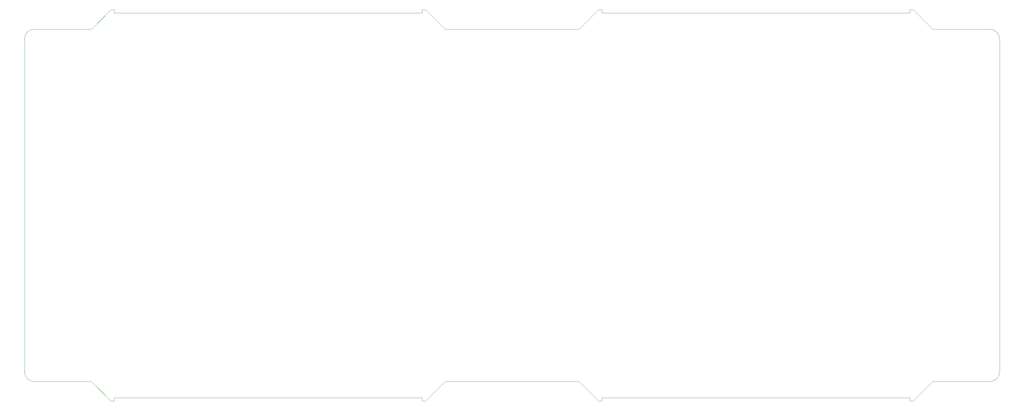
<source format=gbr>
G04 #@! TF.GenerationSoftware,KiCad,Pcbnew,(5.1.4)-1*
G04 #@! TF.CreationDate,2021-01-21T06:54:33+00:00*
G04 #@! TF.ProjectId,Iggy,49676779-2e6b-4696-9361-645f70636258,1.0*
G04 #@! TF.SameCoordinates,Original*
G04 #@! TF.FileFunction,Profile,NP*
%FSLAX46Y46*%
G04 Gerber Fmt 4.6, Leading zero omitted, Abs format (unit mm)*
G04 Created by KiCad (PCBNEW (5.1.4)-1) date 2021-01-21 06:54:33*
%MOMM*%
%LPD*%
G04 APERTURE LIST*
%ADD10C,0.050000*%
G04 APERTURE END LIST*
D10*
X189825000Y-20000000D02*
X148825000Y-20000000D01*
X189825000Y-128150000D02*
X148825000Y-128150000D01*
X20000000Y-125150000D02*
X20000000Y-23000000D01*
X318650000Y-23000000D02*
X318650000Y-125150000D01*
X148825000Y-128150000D02*
X142825000Y-134150000D01*
X40500000Y-128150000D02*
X46500000Y-134150000D01*
X141825000Y-134150000D02*
X141825000Y-133150000D01*
X142825000Y-134150000D02*
X141825000Y-134150000D01*
X47500000Y-134150000D02*
X47500000Y-133150000D01*
X46500000Y-134150000D02*
X47500000Y-134150000D01*
X189825000Y-128150000D02*
X195825000Y-134150000D01*
X291150000Y-134150000D02*
X291150000Y-133150000D01*
X292150000Y-134150000D02*
X291150000Y-134150000D01*
X196825000Y-134150000D02*
X196825000Y-133150000D01*
X141825000Y-133150000D02*
X47500000Y-133150000D01*
X291150000Y-133150000D02*
X196825000Y-133150000D01*
X23000000Y-128150000D02*
G75*
G02X20000000Y-125150000I0J3000000D01*
G01*
X23000000Y-128150000D02*
X40500000Y-128150000D01*
X298150000Y-128150000D02*
X315650000Y-128150000D01*
X298150000Y-128150000D02*
X292150000Y-134150000D01*
X195825000Y-134150000D02*
X196825000Y-134150000D01*
X315650000Y-20000000D02*
X298150000Y-20000000D01*
X40500000Y-20000000D02*
X23000000Y-20000000D01*
X40500000Y-20000000D02*
X46500000Y-14000000D01*
X148825000Y-20000000D02*
X142825000Y-14000000D01*
X47500000Y-14000000D02*
X47500000Y-15000000D01*
X46500000Y-14000000D02*
X47500000Y-14000000D01*
X141825000Y-14000000D02*
X141825000Y-15000000D01*
X142825000Y-14000000D02*
X141825000Y-14000000D01*
X47500000Y-15000000D02*
X141825000Y-15000000D01*
X196825000Y-15000000D02*
X291150000Y-15000000D01*
X315650000Y-20000000D02*
G75*
G02X318650000Y-23000000I0J-3000000D01*
G01*
X20000000Y-23000000D02*
G75*
G02X23000000Y-20000000I3000000J0D01*
G01*
X318650000Y-125150000D02*
G75*
G02X315650000Y-128150000I-3000000J0D01*
G01*
X291150000Y-14000000D02*
X291150000Y-15000000D01*
X292150000Y-14000000D02*
X291150000Y-14000000D01*
X196825000Y-14000000D02*
X196825000Y-15000000D01*
X195825000Y-14000000D02*
X196825000Y-14000000D01*
X298150000Y-20000000D02*
X292150000Y-14000000D01*
X189825000Y-20000000D02*
X195825000Y-14000000D01*
M02*

</source>
